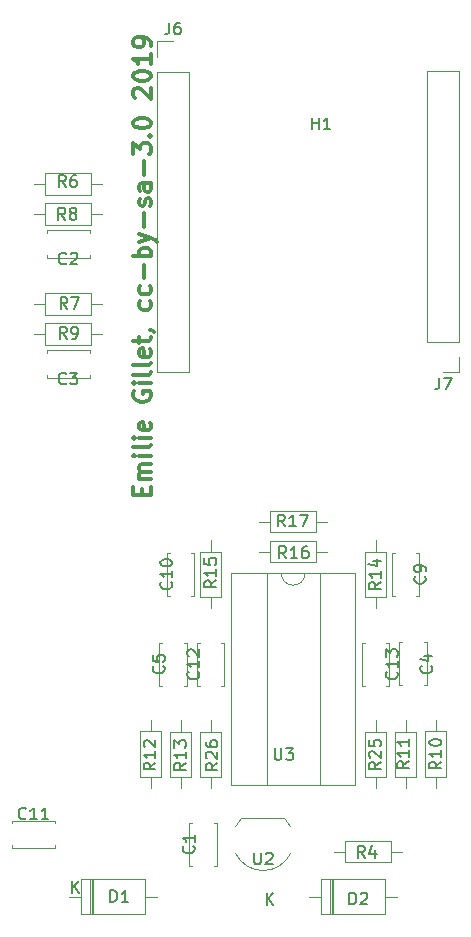
<source format=gbr>
%TF.GenerationSoftware,KiCad,Pcbnew,(6.0.0)*%
%TF.CreationDate,2022-11-14T01:28:36+01:00*%
%TF.ProjectId,Apeks,4170656b-732e-46b6-9963-61645f706362,rev?*%
%TF.SameCoordinates,Original*%
%TF.FileFunction,Legend,Top*%
%TF.FilePolarity,Positive*%
%FSLAX46Y46*%
G04 Gerber Fmt 4.6, Leading zero omitted, Abs format (unit mm)*
G04 Created by KiCad (PCBNEW (6.0.0)) date 2022-11-14 01:28:36*
%MOMM*%
%LPD*%
G01*
G04 APERTURE LIST*
%ADD10C,0.300000*%
%ADD11C,0.150000*%
%ADD12C,0.120000*%
G04 APERTURE END LIST*
D10*
X112287857Y-89207142D02*
X112287857Y-88707142D01*
X113073571Y-88492857D02*
X113073571Y-89207142D01*
X111573571Y-89207142D01*
X111573571Y-88492857D01*
X113073571Y-87850000D02*
X112073571Y-87850000D01*
X112216428Y-87850000D02*
X112145000Y-87778571D01*
X112073571Y-87635714D01*
X112073571Y-87421428D01*
X112145000Y-87278571D01*
X112287857Y-87207142D01*
X113073571Y-87207142D01*
X112287857Y-87207142D02*
X112145000Y-87135714D01*
X112073571Y-86992857D01*
X112073571Y-86778571D01*
X112145000Y-86635714D01*
X112287857Y-86564285D01*
X113073571Y-86564285D01*
X113073571Y-85850000D02*
X112073571Y-85850000D01*
X111573571Y-85850000D02*
X111645000Y-85921428D01*
X111716428Y-85850000D01*
X111645000Y-85778571D01*
X111573571Y-85850000D01*
X111716428Y-85850000D01*
X113073571Y-84921428D02*
X113002142Y-85064285D01*
X112859285Y-85135714D01*
X111573571Y-85135714D01*
X113073571Y-84350000D02*
X112073571Y-84350000D01*
X111573571Y-84350000D02*
X111645000Y-84421428D01*
X111716428Y-84350000D01*
X111645000Y-84278571D01*
X111573571Y-84350000D01*
X111716428Y-84350000D01*
X113002142Y-83064285D02*
X113073571Y-83207142D01*
X113073571Y-83492857D01*
X113002142Y-83635714D01*
X112859285Y-83707142D01*
X112287857Y-83707142D01*
X112145000Y-83635714D01*
X112073571Y-83492857D01*
X112073571Y-83207142D01*
X112145000Y-83064285D01*
X112287857Y-82992857D01*
X112430714Y-82992857D01*
X112573571Y-83707142D01*
X111645000Y-80421428D02*
X111573571Y-80564285D01*
X111573571Y-80778571D01*
X111645000Y-80992857D01*
X111787857Y-81135714D01*
X111930714Y-81207142D01*
X112216428Y-81278571D01*
X112430714Y-81278571D01*
X112716428Y-81207142D01*
X112859285Y-81135714D01*
X113002142Y-80992857D01*
X113073571Y-80778571D01*
X113073571Y-80635714D01*
X113002142Y-80421428D01*
X112930714Y-80350000D01*
X112430714Y-80350000D01*
X112430714Y-80635714D01*
X113073571Y-79707142D02*
X112073571Y-79707142D01*
X111573571Y-79707142D02*
X111645000Y-79778571D01*
X111716428Y-79707142D01*
X111645000Y-79635714D01*
X111573571Y-79707142D01*
X111716428Y-79707142D01*
X113073571Y-78778571D02*
X113002142Y-78921428D01*
X112859285Y-78992857D01*
X111573571Y-78992857D01*
X113073571Y-77992857D02*
X113002142Y-78135714D01*
X112859285Y-78207142D01*
X111573571Y-78207142D01*
X113002142Y-76850000D02*
X113073571Y-76992857D01*
X113073571Y-77278571D01*
X113002142Y-77421428D01*
X112859285Y-77492857D01*
X112287857Y-77492857D01*
X112145000Y-77421428D01*
X112073571Y-77278571D01*
X112073571Y-76992857D01*
X112145000Y-76850000D01*
X112287857Y-76778571D01*
X112430714Y-76778571D01*
X112573571Y-77492857D01*
X112073571Y-76350000D02*
X112073571Y-75778571D01*
X111573571Y-76135714D02*
X112859285Y-76135714D01*
X113002142Y-76064285D01*
X113073571Y-75921428D01*
X113073571Y-75778571D01*
X113002142Y-75207142D02*
X113073571Y-75207142D01*
X113216428Y-75278571D01*
X113287857Y-75350000D01*
X113002142Y-72778571D02*
X113073571Y-72921428D01*
X113073571Y-73207142D01*
X113002142Y-73350000D01*
X112930714Y-73421428D01*
X112787857Y-73492857D01*
X112359285Y-73492857D01*
X112216428Y-73421428D01*
X112145000Y-73350000D01*
X112073571Y-73207142D01*
X112073571Y-72921428D01*
X112145000Y-72778571D01*
X113002142Y-71492857D02*
X113073571Y-71635714D01*
X113073571Y-71921428D01*
X113002142Y-72064285D01*
X112930714Y-72135714D01*
X112787857Y-72207142D01*
X112359285Y-72207142D01*
X112216428Y-72135714D01*
X112145000Y-72064285D01*
X112073571Y-71921428D01*
X112073571Y-71635714D01*
X112145000Y-71492857D01*
X112502142Y-70850000D02*
X112502142Y-69707142D01*
X113073571Y-68992857D02*
X111573571Y-68992857D01*
X112145000Y-68992857D02*
X112073571Y-68850000D01*
X112073571Y-68564285D01*
X112145000Y-68421428D01*
X112216428Y-68350000D01*
X112359285Y-68278571D01*
X112787857Y-68278571D01*
X112930714Y-68350000D01*
X113002142Y-68421428D01*
X113073571Y-68564285D01*
X113073571Y-68850000D01*
X113002142Y-68992857D01*
X112073571Y-67778571D02*
X113073571Y-67421428D01*
X112073571Y-67064285D02*
X113073571Y-67421428D01*
X113430714Y-67564285D01*
X113502142Y-67635714D01*
X113573571Y-67778571D01*
X112502142Y-66492857D02*
X112502142Y-65350000D01*
X113002142Y-64707142D02*
X113073571Y-64564285D01*
X113073571Y-64278571D01*
X113002142Y-64135714D01*
X112859285Y-64064285D01*
X112787857Y-64064285D01*
X112645000Y-64135714D01*
X112573571Y-64278571D01*
X112573571Y-64492857D01*
X112502142Y-64635714D01*
X112359285Y-64707142D01*
X112287857Y-64707142D01*
X112145000Y-64635714D01*
X112073571Y-64492857D01*
X112073571Y-64278571D01*
X112145000Y-64135714D01*
X113073571Y-62778571D02*
X112287857Y-62778571D01*
X112145000Y-62850000D01*
X112073571Y-62992857D01*
X112073571Y-63278571D01*
X112145000Y-63421428D01*
X113002142Y-62778571D02*
X113073571Y-62921428D01*
X113073571Y-63278571D01*
X113002142Y-63421428D01*
X112859285Y-63492857D01*
X112716428Y-63492857D01*
X112573571Y-63421428D01*
X112502142Y-63278571D01*
X112502142Y-62921428D01*
X112430714Y-62778571D01*
X112502142Y-62064285D02*
X112502142Y-60921428D01*
X111573571Y-60350000D02*
X111573571Y-59421428D01*
X112145000Y-59921428D01*
X112145000Y-59707142D01*
X112216428Y-59564285D01*
X112287857Y-59492857D01*
X112430714Y-59421428D01*
X112787857Y-59421428D01*
X112930714Y-59492857D01*
X113002142Y-59564285D01*
X113073571Y-59707142D01*
X113073571Y-60135714D01*
X113002142Y-60278571D01*
X112930714Y-60350000D01*
X112930714Y-58778571D02*
X113002142Y-58707142D01*
X113073571Y-58778571D01*
X113002142Y-58850000D01*
X112930714Y-58778571D01*
X113073571Y-58778571D01*
X111573571Y-57778571D02*
X111573571Y-57635714D01*
X111645000Y-57492857D01*
X111716428Y-57421428D01*
X111859285Y-57350000D01*
X112145000Y-57278571D01*
X112502142Y-57278571D01*
X112787857Y-57350000D01*
X112930714Y-57421428D01*
X113002142Y-57492857D01*
X113073571Y-57635714D01*
X113073571Y-57778571D01*
X113002142Y-57921428D01*
X112930714Y-57992857D01*
X112787857Y-58064285D01*
X112502142Y-58135714D01*
X112145000Y-58135714D01*
X111859285Y-58064285D01*
X111716428Y-57992857D01*
X111645000Y-57921428D01*
X111573571Y-57778571D01*
X111716428Y-55564285D02*
X111645000Y-55492857D01*
X111573571Y-55350000D01*
X111573571Y-54992857D01*
X111645000Y-54850000D01*
X111716428Y-54778571D01*
X111859285Y-54707142D01*
X112002142Y-54707142D01*
X112216428Y-54778571D01*
X113073571Y-55635714D01*
X113073571Y-54707142D01*
X111573571Y-53778571D02*
X111573571Y-53635714D01*
X111645000Y-53492857D01*
X111716428Y-53421428D01*
X111859285Y-53350000D01*
X112145000Y-53278571D01*
X112502142Y-53278571D01*
X112787857Y-53350000D01*
X112930714Y-53421428D01*
X113002142Y-53492857D01*
X113073571Y-53635714D01*
X113073571Y-53778571D01*
X113002142Y-53921428D01*
X112930714Y-53992857D01*
X112787857Y-54064285D01*
X112502142Y-54135714D01*
X112145000Y-54135714D01*
X111859285Y-54064285D01*
X111716428Y-53992857D01*
X111645000Y-53921428D01*
X111573571Y-53778571D01*
X113073571Y-51850000D02*
X113073571Y-52707142D01*
X113073571Y-52278571D02*
X111573571Y-52278571D01*
X111787857Y-52421428D01*
X111930714Y-52564285D01*
X112002142Y-52707142D01*
X113073571Y-51135714D02*
X113073571Y-50850000D01*
X113002142Y-50707142D01*
X112930714Y-50635714D01*
X112716428Y-50492857D01*
X112430714Y-50421428D01*
X111859285Y-50421428D01*
X111716428Y-50492857D01*
X111645000Y-50564285D01*
X111573571Y-50707142D01*
X111573571Y-50992857D01*
X111645000Y-51135714D01*
X111716428Y-51207142D01*
X111859285Y-51278571D01*
X112216428Y-51278571D01*
X112359285Y-51207142D01*
X112430714Y-51135714D01*
X112502142Y-50992857D01*
X112502142Y-50707142D01*
X112430714Y-50564285D01*
X112359285Y-50492857D01*
X112216428Y-50421428D01*
D11*
%TO.C,C10*%
X114757142Y-96547857D02*
X114804761Y-96595476D01*
X114852380Y-96738333D01*
X114852380Y-96833571D01*
X114804761Y-96976428D01*
X114709523Y-97071666D01*
X114614285Y-97119285D01*
X114423809Y-97166904D01*
X114280952Y-97166904D01*
X114090476Y-97119285D01*
X113995238Y-97071666D01*
X113900000Y-96976428D01*
X113852380Y-96833571D01*
X113852380Y-96738333D01*
X113900000Y-96595476D01*
X113947619Y-96547857D01*
X114852380Y-95595476D02*
X114852380Y-96166904D01*
X114852380Y-95881190D02*
X113852380Y-95881190D01*
X113995238Y-95976428D01*
X114090476Y-96071666D01*
X114138095Y-96166904D01*
X113852380Y-94976428D02*
X113852380Y-94881190D01*
X113900000Y-94785952D01*
X113947619Y-94738333D01*
X114042857Y-94690714D01*
X114233333Y-94643095D01*
X114471428Y-94643095D01*
X114661904Y-94690714D01*
X114757142Y-94738333D01*
X114804761Y-94785952D01*
X114852380Y-94881190D01*
X114852380Y-94976428D01*
X114804761Y-95071666D01*
X114757142Y-95119285D01*
X114661904Y-95166904D01*
X114471428Y-95214523D01*
X114233333Y-95214523D01*
X114042857Y-95166904D01*
X113947619Y-95119285D01*
X113900000Y-95071666D01*
X113852380Y-94976428D01*
%TO.C,R6*%
X105842933Y-63104180D02*
X105509600Y-62627990D01*
X105271504Y-63104180D02*
X105271504Y-62104180D01*
X105652457Y-62104180D01*
X105747695Y-62151800D01*
X105795314Y-62199419D01*
X105842933Y-62294657D01*
X105842933Y-62437514D01*
X105795314Y-62532752D01*
X105747695Y-62580371D01*
X105652457Y-62627990D01*
X105271504Y-62627990D01*
X106700076Y-62104180D02*
X106509600Y-62104180D01*
X106414361Y-62151800D01*
X106366742Y-62199419D01*
X106271504Y-62342276D01*
X106223885Y-62532752D01*
X106223885Y-62913704D01*
X106271504Y-63008942D01*
X106319123Y-63056561D01*
X106414361Y-63104180D01*
X106604838Y-63104180D01*
X106700076Y-63056561D01*
X106747695Y-63008942D01*
X106795314Y-62913704D01*
X106795314Y-62675609D01*
X106747695Y-62580371D01*
X106700076Y-62532752D01*
X106604838Y-62485133D01*
X106414361Y-62485133D01*
X106319123Y-62532752D01*
X106271504Y-62580371D01*
X106223885Y-62675609D01*
%TO.C,R4*%
X131176733Y-119883180D02*
X130843400Y-119406990D01*
X130605304Y-119883180D02*
X130605304Y-118883180D01*
X130986257Y-118883180D01*
X131081495Y-118930800D01*
X131129114Y-118978419D01*
X131176733Y-119073657D01*
X131176733Y-119216514D01*
X131129114Y-119311752D01*
X131081495Y-119359371D01*
X130986257Y-119406990D01*
X130605304Y-119406990D01*
X132033876Y-119216514D02*
X132033876Y-119883180D01*
X131795780Y-118835561D02*
X131557685Y-119549847D01*
X132176733Y-119549847D01*
%TO.C,C9*%
X136247142Y-96071666D02*
X136294761Y-96119285D01*
X136342380Y-96262142D01*
X136342380Y-96357380D01*
X136294761Y-96500238D01*
X136199523Y-96595476D01*
X136104285Y-96643095D01*
X135913809Y-96690714D01*
X135770952Y-96690714D01*
X135580476Y-96643095D01*
X135485238Y-96595476D01*
X135390000Y-96500238D01*
X135342380Y-96357380D01*
X135342380Y-96262142D01*
X135390000Y-96119285D01*
X135437619Y-96071666D01*
X136342380Y-95595476D02*
X136342380Y-95405000D01*
X136294761Y-95309761D01*
X136247142Y-95262142D01*
X136104285Y-95166904D01*
X135913809Y-95119285D01*
X135532857Y-95119285D01*
X135437619Y-95166904D01*
X135390000Y-95214523D01*
X135342380Y-95309761D01*
X135342380Y-95500238D01*
X135390000Y-95595476D01*
X135437619Y-95643095D01*
X135532857Y-95690714D01*
X135770952Y-95690714D01*
X135866190Y-95643095D01*
X135913809Y-95595476D01*
X135961428Y-95500238D01*
X135961428Y-95309761D01*
X135913809Y-95214523D01*
X135866190Y-95166904D01*
X135770952Y-95119285D01*
%TO.C,D1*%
X109624904Y-123642380D02*
X109624904Y-122642380D01*
X109863000Y-122642380D01*
X110005857Y-122690000D01*
X110101095Y-122785238D01*
X110148714Y-122880476D01*
X110196333Y-123070952D01*
X110196333Y-123213809D01*
X110148714Y-123404285D01*
X110101095Y-123499523D01*
X110005857Y-123594761D01*
X109863000Y-123642380D01*
X109624904Y-123642380D01*
X111148714Y-123642380D02*
X110577285Y-123642380D01*
X110863000Y-123642380D02*
X110863000Y-122642380D01*
X110767761Y-122785238D01*
X110672523Y-122880476D01*
X110577285Y-122928095D01*
X106392695Y-122905780D02*
X106392695Y-121905780D01*
X106964123Y-122905780D02*
X106535552Y-122334352D01*
X106964123Y-121905780D02*
X106392695Y-122477209D01*
%TO.C,D2*%
X129868704Y-123845580D02*
X129868704Y-122845580D01*
X130106800Y-122845580D01*
X130249657Y-122893200D01*
X130344895Y-122988438D01*
X130392514Y-123083676D01*
X130440133Y-123274152D01*
X130440133Y-123417009D01*
X130392514Y-123607485D01*
X130344895Y-123702723D01*
X130249657Y-123797961D01*
X130106800Y-123845580D01*
X129868704Y-123845580D01*
X130821085Y-122940819D02*
X130868704Y-122893200D01*
X130963942Y-122845580D01*
X131202038Y-122845580D01*
X131297276Y-122893200D01*
X131344895Y-122940819D01*
X131392514Y-123036057D01*
X131392514Y-123131295D01*
X131344895Y-123274152D01*
X130773466Y-123845580D01*
X131392514Y-123845580D01*
X122864595Y-123870980D02*
X122864595Y-122870980D01*
X123436023Y-123870980D02*
X123007452Y-123299552D01*
X123436023Y-122870980D02*
X122864595Y-123442409D01*
%TO.C,J6*%
X114601666Y-49192380D02*
X114601666Y-49906666D01*
X114554047Y-50049523D01*
X114458809Y-50144761D01*
X114315952Y-50192380D01*
X114220714Y-50192380D01*
X115506428Y-49192380D02*
X115315952Y-49192380D01*
X115220714Y-49240000D01*
X115173095Y-49287619D01*
X115077857Y-49430476D01*
X115030238Y-49620952D01*
X115030238Y-50001904D01*
X115077857Y-50097142D01*
X115125476Y-50144761D01*
X115220714Y-50192380D01*
X115411190Y-50192380D01*
X115506428Y-50144761D01*
X115554047Y-50097142D01*
X115601666Y-50001904D01*
X115601666Y-49763809D01*
X115554047Y-49668571D01*
X115506428Y-49620952D01*
X115411190Y-49573333D01*
X115220714Y-49573333D01*
X115125476Y-49620952D01*
X115077857Y-49668571D01*
X115030238Y-49763809D01*
%TO.C,C11*%
X102468442Y-116562142D02*
X102420823Y-116609761D01*
X102277966Y-116657380D01*
X102182728Y-116657380D01*
X102039871Y-116609761D01*
X101944633Y-116514523D01*
X101897014Y-116419285D01*
X101849395Y-116228809D01*
X101849395Y-116085952D01*
X101897014Y-115895476D01*
X101944633Y-115800238D01*
X102039871Y-115705000D01*
X102182728Y-115657380D01*
X102277966Y-115657380D01*
X102420823Y-115705000D01*
X102468442Y-115752619D01*
X103420823Y-116657380D02*
X102849395Y-116657380D01*
X103135109Y-116657380D02*
X103135109Y-115657380D01*
X103039871Y-115800238D01*
X102944633Y-115895476D01*
X102849395Y-115943095D01*
X104373204Y-116657380D02*
X103801776Y-116657380D01*
X104087490Y-116657380D02*
X104087490Y-115657380D01*
X103992252Y-115800238D01*
X103897014Y-115895476D01*
X103801776Y-115943095D01*
%TO.C,C1*%
X116662142Y-118911666D02*
X116709761Y-118959285D01*
X116757380Y-119102142D01*
X116757380Y-119197380D01*
X116709761Y-119340238D01*
X116614523Y-119435476D01*
X116519285Y-119483095D01*
X116328809Y-119530714D01*
X116185952Y-119530714D01*
X115995476Y-119483095D01*
X115900238Y-119435476D01*
X115805000Y-119340238D01*
X115757380Y-119197380D01*
X115757380Y-119102142D01*
X115805000Y-118959285D01*
X115852619Y-118911666D01*
X116757380Y-117959285D02*
X116757380Y-118530714D01*
X116757380Y-118245000D02*
X115757380Y-118245000D01*
X115900238Y-118340238D01*
X115995476Y-118435476D01*
X116043095Y-118530714D01*
%TO.C,C4*%
X136782142Y-103651666D02*
X136829761Y-103699285D01*
X136877380Y-103842142D01*
X136877380Y-103937380D01*
X136829761Y-104080238D01*
X136734523Y-104175476D01*
X136639285Y-104223095D01*
X136448809Y-104270714D01*
X136305952Y-104270714D01*
X136115476Y-104223095D01*
X136020238Y-104175476D01*
X135925000Y-104080238D01*
X135877380Y-103937380D01*
X135877380Y-103842142D01*
X135925000Y-103699285D01*
X135972619Y-103651666D01*
X136210714Y-102794523D02*
X136877380Y-102794523D01*
X135829761Y-103032619D02*
X136544047Y-103270714D01*
X136544047Y-102651666D01*
%TO.C,R14*%
X132506980Y-96573257D02*
X132030790Y-96906590D01*
X132506980Y-97144685D02*
X131506980Y-97144685D01*
X131506980Y-96763733D01*
X131554600Y-96668495D01*
X131602219Y-96620876D01*
X131697457Y-96573257D01*
X131840314Y-96573257D01*
X131935552Y-96620876D01*
X131983171Y-96668495D01*
X132030790Y-96763733D01*
X132030790Y-97144685D01*
X132506980Y-95620876D02*
X132506980Y-96192304D01*
X132506980Y-95906590D02*
X131506980Y-95906590D01*
X131649838Y-96001828D01*
X131745076Y-96097066D01*
X131792695Y-96192304D01*
X131840314Y-94763733D02*
X132506980Y-94763733D01*
X131459361Y-95001828D02*
X132173647Y-95239923D01*
X132173647Y-94620876D01*
%TO.C,R7*%
X105979933Y-73426580D02*
X105646600Y-72950390D01*
X105408504Y-73426580D02*
X105408504Y-72426580D01*
X105789457Y-72426580D01*
X105884695Y-72474200D01*
X105932314Y-72521819D01*
X105979933Y-72617057D01*
X105979933Y-72759914D01*
X105932314Y-72855152D01*
X105884695Y-72902771D01*
X105789457Y-72950390D01*
X105408504Y-72950390D01*
X106313266Y-72426580D02*
X106979933Y-72426580D01*
X106551361Y-73426580D01*
%TO.C,J7*%
X137461666Y-79252380D02*
X137461666Y-79966666D01*
X137414047Y-80109523D01*
X137318809Y-80204761D01*
X137175952Y-80252380D01*
X137080714Y-80252380D01*
X137842619Y-79252380D02*
X138509285Y-79252380D01*
X138080714Y-80252380D01*
%TO.C,R10*%
X137637780Y-111767857D02*
X137161590Y-112101190D01*
X137637780Y-112339285D02*
X136637780Y-112339285D01*
X136637780Y-111958333D01*
X136685400Y-111863095D01*
X136733019Y-111815476D01*
X136828257Y-111767857D01*
X136971114Y-111767857D01*
X137066352Y-111815476D01*
X137113971Y-111863095D01*
X137161590Y-111958333D01*
X137161590Y-112339285D01*
X137637780Y-110815476D02*
X137637780Y-111386904D01*
X137637780Y-111101190D02*
X136637780Y-111101190D01*
X136780638Y-111196428D01*
X136875876Y-111291666D01*
X136923495Y-111386904D01*
X136637780Y-110196428D02*
X136637780Y-110101190D01*
X136685400Y-110005952D01*
X136733019Y-109958333D01*
X136828257Y-109910714D01*
X137018733Y-109863095D01*
X137256828Y-109863095D01*
X137447304Y-109910714D01*
X137542542Y-109958333D01*
X137590161Y-110005952D01*
X137637780Y-110101190D01*
X137637780Y-110196428D01*
X137590161Y-110291666D01*
X137542542Y-110339285D01*
X137447304Y-110386904D01*
X137256828Y-110434523D01*
X137018733Y-110434523D01*
X136828257Y-110386904D01*
X136733019Y-110339285D01*
X136685400Y-110291666D01*
X136637780Y-110196428D01*
%TO.C,R11*%
X134919980Y-111737057D02*
X134443790Y-112070390D01*
X134919980Y-112308485D02*
X133919980Y-112308485D01*
X133919980Y-111927533D01*
X133967600Y-111832295D01*
X134015219Y-111784676D01*
X134110457Y-111737057D01*
X134253314Y-111737057D01*
X134348552Y-111784676D01*
X134396171Y-111832295D01*
X134443790Y-111927533D01*
X134443790Y-112308485D01*
X134919980Y-110784676D02*
X134919980Y-111356104D01*
X134919980Y-111070390D02*
X133919980Y-111070390D01*
X134062838Y-111165628D01*
X134158076Y-111260866D01*
X134205695Y-111356104D01*
X134919980Y-109832295D02*
X134919980Y-110403723D01*
X134919980Y-110118009D02*
X133919980Y-110118009D01*
X134062838Y-110213247D01*
X134158076Y-110308485D01*
X134205695Y-110403723D01*
%TO.C,C12*%
X117057142Y-104167857D02*
X117104761Y-104215476D01*
X117152380Y-104358333D01*
X117152380Y-104453571D01*
X117104761Y-104596428D01*
X117009523Y-104691666D01*
X116914285Y-104739285D01*
X116723809Y-104786904D01*
X116580952Y-104786904D01*
X116390476Y-104739285D01*
X116295238Y-104691666D01*
X116200000Y-104596428D01*
X116152380Y-104453571D01*
X116152380Y-104358333D01*
X116200000Y-104215476D01*
X116247619Y-104167857D01*
X117152380Y-103215476D02*
X117152380Y-103786904D01*
X117152380Y-103501190D02*
X116152380Y-103501190D01*
X116295238Y-103596428D01*
X116390476Y-103691666D01*
X116438095Y-103786904D01*
X116247619Y-102834523D02*
X116200000Y-102786904D01*
X116152380Y-102691666D01*
X116152380Y-102453571D01*
X116200000Y-102358333D01*
X116247619Y-102310714D01*
X116342857Y-102263095D01*
X116438095Y-102263095D01*
X116580952Y-102310714D01*
X117152380Y-102882142D01*
X117152380Y-102263095D01*
%TO.C,R8*%
X105802133Y-65882780D02*
X105468800Y-65406590D01*
X105230704Y-65882780D02*
X105230704Y-64882780D01*
X105611657Y-64882780D01*
X105706895Y-64930400D01*
X105754514Y-64978019D01*
X105802133Y-65073257D01*
X105802133Y-65216114D01*
X105754514Y-65311352D01*
X105706895Y-65358971D01*
X105611657Y-65406590D01*
X105230704Y-65406590D01*
X106373561Y-65311352D02*
X106278323Y-65263733D01*
X106230704Y-65216114D01*
X106183085Y-65120876D01*
X106183085Y-65073257D01*
X106230704Y-64978019D01*
X106278323Y-64930400D01*
X106373561Y-64882780D01*
X106564038Y-64882780D01*
X106659276Y-64930400D01*
X106706895Y-64978019D01*
X106754514Y-65073257D01*
X106754514Y-65120876D01*
X106706895Y-65216114D01*
X106659276Y-65263733D01*
X106564038Y-65311352D01*
X106373561Y-65311352D01*
X106278323Y-65358971D01*
X106230704Y-65406590D01*
X106183085Y-65501828D01*
X106183085Y-65692304D01*
X106230704Y-65787542D01*
X106278323Y-65835161D01*
X106373561Y-65882780D01*
X106564038Y-65882780D01*
X106659276Y-65835161D01*
X106706895Y-65787542D01*
X106754514Y-65692304D01*
X106754514Y-65501828D01*
X106706895Y-65406590D01*
X106659276Y-65358971D01*
X106564038Y-65311352D01*
%TO.C,C2*%
X105878333Y-69572142D02*
X105830714Y-69619761D01*
X105687857Y-69667380D01*
X105592619Y-69667380D01*
X105449761Y-69619761D01*
X105354523Y-69524523D01*
X105306904Y-69429285D01*
X105259285Y-69238809D01*
X105259285Y-69095952D01*
X105306904Y-68905476D01*
X105354523Y-68810238D01*
X105449761Y-68715000D01*
X105592619Y-68667380D01*
X105687857Y-68667380D01*
X105830714Y-68715000D01*
X105878333Y-68762619D01*
X106259285Y-68762619D02*
X106306904Y-68715000D01*
X106402142Y-68667380D01*
X106640238Y-68667380D01*
X106735476Y-68715000D01*
X106783095Y-68762619D01*
X106830714Y-68857857D01*
X106830714Y-68953095D01*
X106783095Y-69095952D01*
X106211666Y-69667380D01*
X106830714Y-69667380D01*
%TO.C,C3*%
X105878333Y-79732142D02*
X105830714Y-79779761D01*
X105687857Y-79827380D01*
X105592619Y-79827380D01*
X105449761Y-79779761D01*
X105354523Y-79684523D01*
X105306904Y-79589285D01*
X105259285Y-79398809D01*
X105259285Y-79255952D01*
X105306904Y-79065476D01*
X105354523Y-78970238D01*
X105449761Y-78875000D01*
X105592619Y-78827380D01*
X105687857Y-78827380D01*
X105830714Y-78875000D01*
X105878333Y-78922619D01*
X106211666Y-78827380D02*
X106830714Y-78827380D01*
X106497380Y-79208333D01*
X106640238Y-79208333D01*
X106735476Y-79255952D01*
X106783095Y-79303571D01*
X106830714Y-79398809D01*
X106830714Y-79636904D01*
X106783095Y-79732142D01*
X106735476Y-79779761D01*
X106640238Y-79827380D01*
X106354523Y-79827380D01*
X106259285Y-79779761D01*
X106211666Y-79732142D01*
%TO.C,R12*%
X113431580Y-111844057D02*
X112955390Y-112177390D01*
X113431580Y-112415485D02*
X112431580Y-112415485D01*
X112431580Y-112034533D01*
X112479200Y-111939295D01*
X112526819Y-111891676D01*
X112622057Y-111844057D01*
X112764914Y-111844057D01*
X112860152Y-111891676D01*
X112907771Y-111939295D01*
X112955390Y-112034533D01*
X112955390Y-112415485D01*
X113431580Y-110891676D02*
X113431580Y-111463104D01*
X113431580Y-111177390D02*
X112431580Y-111177390D01*
X112574438Y-111272628D01*
X112669676Y-111367866D01*
X112717295Y-111463104D01*
X112526819Y-110510723D02*
X112479200Y-110463104D01*
X112431580Y-110367866D01*
X112431580Y-110129771D01*
X112479200Y-110034533D01*
X112526819Y-109986914D01*
X112622057Y-109939295D01*
X112717295Y-109939295D01*
X112860152Y-109986914D01*
X113431580Y-110558342D01*
X113431580Y-109939295D01*
%TO.C,R9*%
X105929133Y-75941180D02*
X105595800Y-75464990D01*
X105357704Y-75941180D02*
X105357704Y-74941180D01*
X105738657Y-74941180D01*
X105833895Y-74988800D01*
X105881514Y-75036419D01*
X105929133Y-75131657D01*
X105929133Y-75274514D01*
X105881514Y-75369752D01*
X105833895Y-75417371D01*
X105738657Y-75464990D01*
X105357704Y-75464990D01*
X106405323Y-75941180D02*
X106595800Y-75941180D01*
X106691038Y-75893561D01*
X106738657Y-75845942D01*
X106833895Y-75703085D01*
X106881514Y-75512609D01*
X106881514Y-75131657D01*
X106833895Y-75036419D01*
X106786276Y-74988800D01*
X106691038Y-74941180D01*
X106500561Y-74941180D01*
X106405323Y-74988800D01*
X106357704Y-75036419D01*
X106310085Y-75131657D01*
X106310085Y-75369752D01*
X106357704Y-75464990D01*
X106405323Y-75512609D01*
X106500561Y-75560228D01*
X106691038Y-75560228D01*
X106786276Y-75512609D01*
X106833895Y-75464990D01*
X106881514Y-75369752D01*
%TO.C,R15*%
X118587780Y-96420857D02*
X118111590Y-96754190D01*
X118587780Y-96992285D02*
X117587780Y-96992285D01*
X117587780Y-96611333D01*
X117635400Y-96516095D01*
X117683019Y-96468476D01*
X117778257Y-96420857D01*
X117921114Y-96420857D01*
X118016352Y-96468476D01*
X118063971Y-96516095D01*
X118111590Y-96611333D01*
X118111590Y-96992285D01*
X118587780Y-95468476D02*
X118587780Y-96039904D01*
X118587780Y-95754190D02*
X117587780Y-95754190D01*
X117730638Y-95849428D01*
X117825876Y-95944666D01*
X117873495Y-96039904D01*
X117587780Y-94563714D02*
X117587780Y-95039904D01*
X118063971Y-95087523D01*
X118016352Y-95039904D01*
X117968733Y-94944666D01*
X117968733Y-94706571D01*
X118016352Y-94611333D01*
X118063971Y-94563714D01*
X118159209Y-94516095D01*
X118397304Y-94516095D01*
X118492542Y-94563714D01*
X118540161Y-94611333D01*
X118587780Y-94706571D01*
X118587780Y-94944666D01*
X118540161Y-95039904D01*
X118492542Y-95087523D01*
%TO.C,C5*%
X114122142Y-103671666D02*
X114169761Y-103719285D01*
X114217380Y-103862142D01*
X114217380Y-103957380D01*
X114169761Y-104100238D01*
X114074523Y-104195476D01*
X113979285Y-104243095D01*
X113788809Y-104290714D01*
X113645952Y-104290714D01*
X113455476Y-104243095D01*
X113360238Y-104195476D01*
X113265000Y-104100238D01*
X113217380Y-103957380D01*
X113217380Y-103862142D01*
X113265000Y-103719285D01*
X113312619Y-103671666D01*
X113217380Y-102766904D02*
X113217380Y-103243095D01*
X113693571Y-103290714D01*
X113645952Y-103243095D01*
X113598333Y-103147857D01*
X113598333Y-102909761D01*
X113645952Y-102814523D01*
X113693571Y-102766904D01*
X113788809Y-102719285D01*
X114026904Y-102719285D01*
X114122142Y-102766904D01*
X114169761Y-102814523D01*
X114217380Y-102909761D01*
X114217380Y-103147857D01*
X114169761Y-103243095D01*
X114122142Y-103290714D01*
%TO.C,R17*%
X124401342Y-91841580D02*
X124068009Y-91365390D01*
X123829914Y-91841580D02*
X123829914Y-90841580D01*
X124210866Y-90841580D01*
X124306104Y-90889200D01*
X124353723Y-90936819D01*
X124401342Y-91032057D01*
X124401342Y-91174914D01*
X124353723Y-91270152D01*
X124306104Y-91317771D01*
X124210866Y-91365390D01*
X123829914Y-91365390D01*
X125353723Y-91841580D02*
X124782295Y-91841580D01*
X125068009Y-91841580D02*
X125068009Y-90841580D01*
X124972771Y-90984438D01*
X124877533Y-91079676D01*
X124782295Y-91127295D01*
X125687057Y-90841580D02*
X126353723Y-90841580D01*
X125925152Y-91841580D01*
%TO.C,R16*%
X124502942Y-94533980D02*
X124169609Y-94057790D01*
X123931514Y-94533980D02*
X123931514Y-93533980D01*
X124312466Y-93533980D01*
X124407704Y-93581600D01*
X124455323Y-93629219D01*
X124502942Y-93724457D01*
X124502942Y-93867314D01*
X124455323Y-93962552D01*
X124407704Y-94010171D01*
X124312466Y-94057790D01*
X123931514Y-94057790D01*
X125455323Y-94533980D02*
X124883895Y-94533980D01*
X125169609Y-94533980D02*
X125169609Y-93533980D01*
X125074371Y-93676838D01*
X124979133Y-93772076D01*
X124883895Y-93819695D01*
X126312466Y-93533980D02*
X126121990Y-93533980D01*
X126026752Y-93581600D01*
X125979133Y-93629219D01*
X125883895Y-93772076D01*
X125836276Y-93962552D01*
X125836276Y-94343504D01*
X125883895Y-94438742D01*
X125931514Y-94486361D01*
X126026752Y-94533980D01*
X126217228Y-94533980D01*
X126312466Y-94486361D01*
X126360085Y-94438742D01*
X126407704Y-94343504D01*
X126407704Y-94105409D01*
X126360085Y-94010171D01*
X126312466Y-93962552D01*
X126217228Y-93914933D01*
X126026752Y-93914933D01*
X125931514Y-93962552D01*
X125883895Y-94010171D01*
X125836276Y-94105409D01*
%TO.C,U2*%
X121793095Y-119467380D02*
X121793095Y-120276904D01*
X121840714Y-120372142D01*
X121888333Y-120419761D01*
X121983571Y-120467380D01*
X122174047Y-120467380D01*
X122269285Y-120419761D01*
X122316904Y-120372142D01*
X122364523Y-120276904D01*
X122364523Y-119467380D01*
X122793095Y-119562619D02*
X122840714Y-119515000D01*
X122935952Y-119467380D01*
X123174047Y-119467380D01*
X123269285Y-119515000D01*
X123316904Y-119562619D01*
X123364523Y-119657857D01*
X123364523Y-119753095D01*
X123316904Y-119895952D01*
X122745476Y-120467380D01*
X123364523Y-120467380D01*
%TO.C,R13*%
X116022380Y-111864057D02*
X115546190Y-112197390D01*
X116022380Y-112435485D02*
X115022380Y-112435485D01*
X115022380Y-112054533D01*
X115070000Y-111959295D01*
X115117619Y-111911676D01*
X115212857Y-111864057D01*
X115355714Y-111864057D01*
X115450952Y-111911676D01*
X115498571Y-111959295D01*
X115546190Y-112054533D01*
X115546190Y-112435485D01*
X116022380Y-110911676D02*
X116022380Y-111483104D01*
X116022380Y-111197390D02*
X115022380Y-111197390D01*
X115165238Y-111292628D01*
X115260476Y-111387866D01*
X115308095Y-111483104D01*
X115022380Y-110578342D02*
X115022380Y-109959295D01*
X115403333Y-110292628D01*
X115403333Y-110149771D01*
X115450952Y-110054533D01*
X115498571Y-110006914D01*
X115593809Y-109959295D01*
X115831904Y-109959295D01*
X115927142Y-110006914D01*
X115974761Y-110054533D01*
X116022380Y-110149771D01*
X116022380Y-110435485D01*
X115974761Y-110530723D01*
X115927142Y-110578342D01*
%TO.C,U3*%
X123530295Y-110623180D02*
X123530295Y-111432704D01*
X123577914Y-111527942D01*
X123625533Y-111575561D01*
X123720771Y-111623180D01*
X123911247Y-111623180D01*
X124006485Y-111575561D01*
X124054104Y-111527942D01*
X124101723Y-111432704D01*
X124101723Y-110623180D01*
X124482676Y-110623180D02*
X125101723Y-110623180D01*
X124768390Y-111004133D01*
X124911247Y-111004133D01*
X125006485Y-111051752D01*
X125054104Y-111099371D01*
X125101723Y-111194609D01*
X125101723Y-111432704D01*
X125054104Y-111527942D01*
X125006485Y-111575561D01*
X124911247Y-111623180D01*
X124625533Y-111623180D01*
X124530295Y-111575561D01*
X124482676Y-111527942D01*
%TO.C,R25*%
X132532380Y-111813257D02*
X132056190Y-112146590D01*
X132532380Y-112384685D02*
X131532380Y-112384685D01*
X131532380Y-112003733D01*
X131580000Y-111908495D01*
X131627619Y-111860876D01*
X131722857Y-111813257D01*
X131865714Y-111813257D01*
X131960952Y-111860876D01*
X132008571Y-111908495D01*
X132056190Y-112003733D01*
X132056190Y-112384685D01*
X131627619Y-111432304D02*
X131580000Y-111384685D01*
X131532380Y-111289447D01*
X131532380Y-111051352D01*
X131580000Y-110956114D01*
X131627619Y-110908495D01*
X131722857Y-110860876D01*
X131818095Y-110860876D01*
X131960952Y-110908495D01*
X132532380Y-111479923D01*
X132532380Y-110860876D01*
X131532380Y-109956114D02*
X131532380Y-110432304D01*
X132008571Y-110479923D01*
X131960952Y-110432304D01*
X131913333Y-110337066D01*
X131913333Y-110098971D01*
X131960952Y-110003733D01*
X132008571Y-109956114D01*
X132103809Y-109908495D01*
X132341904Y-109908495D01*
X132437142Y-109956114D01*
X132484761Y-110003733D01*
X132532380Y-110098971D01*
X132532380Y-110337066D01*
X132484761Y-110432304D01*
X132437142Y-110479923D01*
%TO.C,C13*%
X133857142Y-104167857D02*
X133904761Y-104215476D01*
X133952380Y-104358333D01*
X133952380Y-104453571D01*
X133904761Y-104596428D01*
X133809523Y-104691666D01*
X133714285Y-104739285D01*
X133523809Y-104786904D01*
X133380952Y-104786904D01*
X133190476Y-104739285D01*
X133095238Y-104691666D01*
X133000000Y-104596428D01*
X132952380Y-104453571D01*
X132952380Y-104358333D01*
X133000000Y-104215476D01*
X133047619Y-104167857D01*
X133952380Y-103215476D02*
X133952380Y-103786904D01*
X133952380Y-103501190D02*
X132952380Y-103501190D01*
X133095238Y-103596428D01*
X133190476Y-103691666D01*
X133238095Y-103786904D01*
X132952380Y-102882142D02*
X132952380Y-102263095D01*
X133333333Y-102596428D01*
X133333333Y-102453571D01*
X133380952Y-102358333D01*
X133428571Y-102310714D01*
X133523809Y-102263095D01*
X133761904Y-102263095D01*
X133857142Y-102310714D01*
X133904761Y-102358333D01*
X133952380Y-102453571D01*
X133952380Y-102739285D01*
X133904761Y-102834523D01*
X133857142Y-102882142D01*
%TO.C,R26*%
X118689380Y-111876757D02*
X118213190Y-112210090D01*
X118689380Y-112448185D02*
X117689380Y-112448185D01*
X117689380Y-112067233D01*
X117737000Y-111971995D01*
X117784619Y-111924376D01*
X117879857Y-111876757D01*
X118022714Y-111876757D01*
X118117952Y-111924376D01*
X118165571Y-111971995D01*
X118213190Y-112067233D01*
X118213190Y-112448185D01*
X117784619Y-111495804D02*
X117737000Y-111448185D01*
X117689380Y-111352947D01*
X117689380Y-111114852D01*
X117737000Y-111019614D01*
X117784619Y-110971995D01*
X117879857Y-110924376D01*
X117975095Y-110924376D01*
X118117952Y-110971995D01*
X118689380Y-111543423D01*
X118689380Y-110924376D01*
X117689380Y-110067233D02*
X117689380Y-110257709D01*
X117737000Y-110352947D01*
X117784619Y-110400566D01*
X117927476Y-110495804D01*
X118117952Y-110543423D01*
X118498904Y-110543423D01*
X118594142Y-110495804D01*
X118641761Y-110448185D01*
X118689380Y-110352947D01*
X118689380Y-110162471D01*
X118641761Y-110067233D01*
X118594142Y-110019614D01*
X118498904Y-109971995D01*
X118260809Y-109971995D01*
X118165571Y-110019614D01*
X118117952Y-110067233D01*
X118070333Y-110162471D01*
X118070333Y-110352947D01*
X118117952Y-110448185D01*
X118165571Y-110495804D01*
X118260809Y-110543423D01*
%TO.C,H1*%
X126688095Y-58237380D02*
X126688095Y-57237380D01*
X126688095Y-57713571D02*
X127259523Y-57713571D01*
X127259523Y-58237380D02*
X127259523Y-57237380D01*
X128259523Y-58237380D02*
X127688095Y-58237380D01*
X127973809Y-58237380D02*
X127973809Y-57237380D01*
X127878571Y-57380238D01*
X127783333Y-57475476D01*
X127688095Y-57523095D01*
D12*
%TO.C,C10*%
X114400000Y-97725000D02*
X114645000Y-97725000D01*
X114400000Y-97725000D02*
X114400000Y-94085000D01*
X116495000Y-94085000D02*
X116740000Y-94085000D01*
X116740000Y-97725000D02*
X116740000Y-94085000D01*
X114400000Y-94085000D02*
X114645000Y-94085000D01*
X116495000Y-97725000D02*
X116740000Y-97725000D01*
%TO.C,R6*%
X107965000Y-61945000D02*
X104125000Y-61945000D01*
X108915000Y-62865000D02*
X107965000Y-62865000D01*
X104125000Y-61945000D02*
X104125000Y-63785000D01*
X107965000Y-63785000D02*
X107965000Y-61945000D01*
X103175000Y-62865000D02*
X104125000Y-62865000D01*
X104125000Y-63785000D02*
X107965000Y-63785000D01*
%TO.C,R4*%
X128575000Y-119380000D02*
X129525000Y-119380000D01*
X129525000Y-118460000D02*
X129525000Y-120300000D01*
X129525000Y-120300000D02*
X133365000Y-120300000D01*
X134315000Y-119380000D02*
X133365000Y-119380000D01*
X133365000Y-118460000D02*
X129525000Y-118460000D01*
X133365000Y-120300000D02*
X133365000Y-118460000D01*
%TO.C,C9*%
X135790000Y-97725000D02*
X135790000Y-94085000D01*
X135545000Y-97725000D02*
X135790000Y-97725000D01*
X133450000Y-97725000D02*
X133695000Y-97725000D01*
X133450000Y-94085000D02*
X133695000Y-94085000D01*
X135545000Y-94085000D02*
X135790000Y-94085000D01*
X133450000Y-97725000D02*
X133450000Y-94085000D01*
%TO.C,D1*%
X112575000Y-121720000D02*
X107135000Y-121720000D01*
X106115000Y-123190000D02*
X107135000Y-123190000D01*
X107135000Y-121720000D02*
X107135000Y-124660000D01*
X107135000Y-124660000D02*
X112575000Y-124660000D01*
X108155000Y-121720000D02*
X108155000Y-124660000D01*
X112575000Y-124660000D02*
X112575000Y-121720000D01*
X107915000Y-121720000D02*
X107915000Y-124660000D01*
X113595000Y-123190000D02*
X112575000Y-123190000D01*
X108035000Y-121720000D02*
X108035000Y-124660000D01*
%TO.C,D2*%
X133915000Y-123190000D02*
X132895000Y-123190000D01*
X128475000Y-121720000D02*
X128475000Y-124660000D01*
X132895000Y-124660000D02*
X132895000Y-121720000D01*
X127455000Y-124660000D02*
X132895000Y-124660000D01*
X128355000Y-121720000D02*
X128355000Y-124660000D01*
X126435000Y-123190000D02*
X127455000Y-123190000D01*
X132895000Y-121720000D02*
X127455000Y-121720000D01*
X127455000Y-121720000D02*
X127455000Y-124660000D01*
X128235000Y-121720000D02*
X128235000Y-124660000D01*
%TO.C,J6*%
X113605000Y-52070000D02*
X113605000Y-50740000D01*
X113605000Y-53340000D02*
X113605000Y-78800000D01*
X113605000Y-50740000D02*
X114935000Y-50740000D01*
X113605000Y-53340000D02*
X116265000Y-53340000D01*
X116265000Y-53340000D02*
X116265000Y-78800000D01*
X113605000Y-78800000D02*
X116265000Y-78800000D01*
%TO.C,C11*%
X101291300Y-119090000D02*
X104931300Y-119090000D01*
X101291300Y-118845000D02*
X101291300Y-119090000D01*
X104931300Y-116750000D02*
X104931300Y-116995000D01*
X101291300Y-116750000D02*
X101291300Y-116995000D01*
X104931300Y-118845000D02*
X104931300Y-119090000D01*
X101291300Y-116750000D02*
X104931300Y-116750000D01*
%TO.C,C1*%
X118645000Y-120565000D02*
X118400000Y-120565000D01*
X118645000Y-116925000D02*
X118400000Y-116925000D01*
X116305000Y-116925000D02*
X116305000Y-120565000D01*
X118645000Y-116925000D02*
X118645000Y-120565000D01*
X116550000Y-120565000D02*
X116305000Y-120565000D01*
X116550000Y-116925000D02*
X116305000Y-116925000D01*
%TO.C,C4*%
X136425000Y-101665000D02*
X136425000Y-105305000D01*
X134330000Y-101665000D02*
X134085000Y-101665000D01*
X136425000Y-105305000D02*
X136180000Y-105305000D01*
X134330000Y-105305000D02*
X134085000Y-105305000D01*
X136425000Y-101665000D02*
X136180000Y-101665000D01*
X134085000Y-101665000D02*
X134085000Y-105305000D01*
%TO.C,R14*%
X131160000Y-93985000D02*
X131160000Y-97825000D01*
X131160000Y-97825000D02*
X133000000Y-97825000D01*
X133000000Y-97825000D02*
X133000000Y-93985000D01*
X132080000Y-93035000D02*
X132080000Y-93985000D01*
X132080000Y-98775000D02*
X132080000Y-97825000D01*
X133000000Y-93985000D02*
X131160000Y-93985000D01*
%TO.C,R7*%
X107965000Y-72105000D02*
X104125000Y-72105000D01*
X108915000Y-73025000D02*
X107965000Y-73025000D01*
X107965000Y-73945000D02*
X107965000Y-72105000D01*
X103175000Y-73025000D02*
X104125000Y-73025000D01*
X104125000Y-72105000D02*
X104125000Y-73945000D01*
X104125000Y-73945000D02*
X107965000Y-73945000D01*
%TO.C,J7*%
X136465000Y-76200000D02*
X136465000Y-53280000D01*
X139125000Y-78800000D02*
X137795000Y-78800000D01*
X139125000Y-53280000D02*
X136465000Y-53280000D01*
X139125000Y-76200000D02*
X139125000Y-53280000D01*
X139125000Y-77470000D02*
X139125000Y-78800000D01*
X139125000Y-76200000D02*
X136465000Y-76200000D01*
%TO.C,R10*%
X136240000Y-109205000D02*
X136240000Y-113045000D01*
X138080000Y-109205000D02*
X136240000Y-109205000D01*
X137160000Y-113995000D02*
X137160000Y-113045000D01*
X136240000Y-113045000D02*
X138080000Y-113045000D01*
X137160000Y-108255000D02*
X137160000Y-109205000D01*
X138080000Y-113045000D02*
X138080000Y-109205000D01*
%TO.C,R11*%
X133700000Y-113065000D02*
X135540000Y-113065000D01*
X133700000Y-109225000D02*
X133700000Y-113065000D01*
X135540000Y-113065000D02*
X135540000Y-109225000D01*
X135540000Y-109225000D02*
X133700000Y-109225000D01*
X134620000Y-114015000D02*
X134620000Y-113065000D01*
X134620000Y-108275000D02*
X134620000Y-109225000D01*
%TO.C,C12*%
X117185000Y-105345000D02*
X116940000Y-105345000D01*
X116940000Y-101705000D02*
X116940000Y-105345000D01*
X117185000Y-101705000D02*
X116940000Y-101705000D01*
X119280000Y-101705000D02*
X119035000Y-101705000D01*
X119280000Y-105345000D02*
X119035000Y-105345000D01*
X119280000Y-101705000D02*
X119280000Y-105345000D01*
%TO.C,R8*%
X107965000Y-64485000D02*
X104125000Y-64485000D01*
X104125000Y-66325000D02*
X107965000Y-66325000D01*
X104125000Y-64485000D02*
X104125000Y-66325000D01*
X107965000Y-66325000D02*
X107965000Y-64485000D01*
X103175000Y-65405000D02*
X104125000Y-65405000D01*
X108915000Y-65405000D02*
X107965000Y-65405000D01*
%TO.C,C2*%
X104225000Y-66775000D02*
X104225000Y-67020000D01*
X107865000Y-68870000D02*
X107865000Y-69115000D01*
X107865000Y-66775000D02*
X107865000Y-67020000D01*
X104225000Y-69115000D02*
X107865000Y-69115000D01*
X104225000Y-68870000D02*
X104225000Y-69115000D01*
X104225000Y-66775000D02*
X107865000Y-66775000D01*
%TO.C,C3*%
X104225000Y-79030000D02*
X104225000Y-79275000D01*
X104225000Y-76935000D02*
X104225000Y-77180000D01*
X104225000Y-79275000D02*
X107865000Y-79275000D01*
X104225000Y-76935000D02*
X107865000Y-76935000D01*
X107865000Y-79030000D02*
X107865000Y-79275000D01*
X107865000Y-76935000D02*
X107865000Y-77180000D01*
%TO.C,R12*%
X113950000Y-109205000D02*
X112110000Y-109205000D01*
X113030000Y-113995000D02*
X113030000Y-113045000D01*
X113030000Y-108255000D02*
X113030000Y-109205000D01*
X113950000Y-113045000D02*
X113950000Y-109205000D01*
X112110000Y-113045000D02*
X113950000Y-113045000D01*
X112110000Y-109205000D02*
X112110000Y-113045000D01*
%TO.C,R9*%
X107965000Y-74645000D02*
X104125000Y-74645000D01*
X103175000Y-75565000D02*
X104125000Y-75565000D01*
X108915000Y-75565000D02*
X107965000Y-75565000D01*
X104125000Y-76485000D02*
X107965000Y-76485000D01*
X107965000Y-76485000D02*
X107965000Y-74645000D01*
X104125000Y-74645000D02*
X104125000Y-76485000D01*
%TO.C,R15*%
X118110000Y-93035000D02*
X118110000Y-93985000D01*
X117190000Y-93985000D02*
X117190000Y-97825000D01*
X119030000Y-97825000D02*
X119030000Y-93985000D01*
X119030000Y-93985000D02*
X117190000Y-93985000D01*
X117190000Y-97825000D02*
X119030000Y-97825000D01*
X118110000Y-98775000D02*
X118110000Y-97825000D01*
%TO.C,C5*%
X114010000Y-105325000D02*
X113765000Y-105325000D01*
X116105000Y-105325000D02*
X115860000Y-105325000D01*
X116105000Y-101685000D02*
X115860000Y-101685000D01*
X116105000Y-101685000D02*
X116105000Y-105325000D01*
X114010000Y-101685000D02*
X113765000Y-101685000D01*
X113765000Y-101685000D02*
X113765000Y-105325000D01*
%TO.C,R17*%
X123175000Y-92360000D02*
X127015000Y-92360000D01*
X122225000Y-91440000D02*
X123175000Y-91440000D01*
X123175000Y-90520000D02*
X123175000Y-92360000D01*
X127015000Y-92360000D02*
X127015000Y-90520000D01*
X127965000Y-91440000D02*
X127015000Y-91440000D01*
X127015000Y-90520000D02*
X123175000Y-90520000D01*
%TO.C,R16*%
X123175000Y-94900000D02*
X127015000Y-94900000D01*
X127015000Y-93060000D02*
X123175000Y-93060000D01*
X127965000Y-93980000D02*
X127015000Y-93980000D01*
X127015000Y-94900000D02*
X127015000Y-93060000D01*
X123175000Y-93060000D02*
X123175000Y-94900000D01*
X122225000Y-93980000D02*
X123175000Y-93980000D01*
%TO.C,U2*%
X124355000Y-116535000D02*
X120755000Y-116535000D01*
X124879184Y-117262205D02*
G75*
G03*
X124355000Y-116535000I-2324175J-1122789D01*
G01*
X120198600Y-119483807D02*
G75*
G03*
X122555000Y-120985000I2356399J1098804D01*
G01*
X120755000Y-116535000D02*
G75*
G03*
X120230816Y-117262205I1799991J-1849994D01*
G01*
X122555000Y-120985000D02*
G75*
G03*
X124911400Y-119483807I-2J2600002D01*
G01*
%TO.C,R13*%
X116490000Y-113065000D02*
X116490000Y-109225000D01*
X115570000Y-114015000D02*
X115570000Y-113065000D01*
X116490000Y-109225000D02*
X114650000Y-109225000D01*
X114650000Y-113065000D02*
X116490000Y-113065000D01*
X114650000Y-109225000D02*
X114650000Y-113065000D01*
X115570000Y-108275000D02*
X115570000Y-109225000D01*
%TO.C,U3*%
X130355000Y-113780000D02*
X130355000Y-95760000D01*
X124105000Y-95820000D02*
X122855000Y-95820000D01*
X127355000Y-113720000D02*
X127355000Y-95820000D01*
X127355000Y-95820000D02*
X126105000Y-95820000D01*
X119855000Y-95760000D02*
X119855000Y-113780000D01*
X122855000Y-95820000D02*
X122855000Y-113720000D01*
X122855000Y-113720000D02*
X127355000Y-113720000D01*
X130355000Y-95760000D02*
X119855000Y-95760000D01*
X119855000Y-113780000D02*
X130355000Y-113780000D01*
X124105000Y-95820000D02*
G75*
G03*
X126105000Y-95820000I1000000J0D01*
G01*
%TO.C,R25*%
X131160000Y-109225000D02*
X131160000Y-113065000D01*
X133000000Y-109225000D02*
X131160000Y-109225000D01*
X132080000Y-108275000D02*
X132080000Y-109225000D01*
X133000000Y-113065000D02*
X133000000Y-109225000D01*
X131160000Y-113065000D02*
X133000000Y-113065000D01*
X132080000Y-114015000D02*
X132080000Y-113065000D01*
%TO.C,C13*%
X130910000Y-101705000D02*
X131155000Y-101705000D01*
X133005000Y-101705000D02*
X133250000Y-101705000D01*
X133250000Y-105345000D02*
X133250000Y-101705000D01*
X130910000Y-105345000D02*
X130910000Y-101705000D01*
X133005000Y-105345000D02*
X133250000Y-105345000D01*
X130910000Y-105345000D02*
X131155000Y-105345000D01*
%TO.C,R26*%
X118110000Y-108275000D02*
X118110000Y-109225000D01*
X118110000Y-114015000D02*
X118110000Y-113065000D01*
X119030000Y-113065000D02*
X119030000Y-109225000D01*
X119030000Y-109225000D02*
X117190000Y-109225000D01*
X117190000Y-109225000D02*
X117190000Y-113065000D01*
X117190000Y-113065000D02*
X119030000Y-113065000D01*
%TD*%
M02*

</source>
